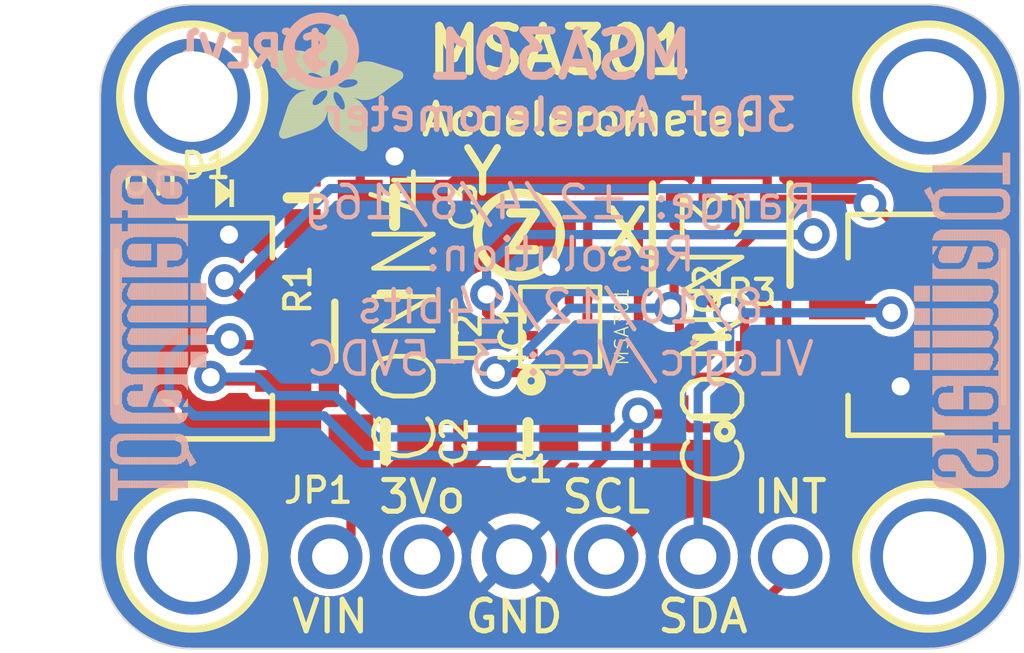
<source format=kicad_pcb>
(kicad_pcb (version 20221018) (generator pcbnew)
  (layers (0 "F.Cu" signal) (31 "B.Cu" signal) (34 "B.Paste" user) (35 "F.Paste" user) (36 "B.SilkS" user "B.Silkscreen") (37 "F.SilkS" user "F.Silkscreen") (38 "B.Mask" user) (39 "F.Mask" user) (44 "Edge.Cuts" user))
  (net 0 "")
  (net 1 "GND")
  (net 2 "SDA")
  (net 3 "SCL")
  (net 4 "SCL_3V")
  (net 5 "SDA_3V")
  (net 6 "3.3V")
  (net 7 "INT")
  (net 8 "VCC")
  (net 9 "N$2")
  (footprint "working:MOUNTINGHOLE_2.5_PLATED" (layer "F.Cu") (at 158.6611 111.3536)
    (fp_text reference "U$21" hide)
    (fp_text value "MOUNTINGHOLE2.5" hide)
    (pad "P$1" thru_hole circle (at 0 0) (size 3.2 3.2) (drill 2.5) (layers "*.Cu" "*.Mask"))
    (zone (net 0) (net_name "") (layer "F.Cu") (connect_pads (clearance 0)) (min_thickness 0.25)
      (keepout (tracks not_allowed) (vias not_allowed) (pads not_allowed) (copperpour not_allowed) (footprints allowed))
      (fill (thermal_gap 0.5) (thermal_bridge_width 0.5))
      (polygon (pts (xy 160.6771 111.3536) (xy 160.65748 111.073027) (xy 160.599004 110.797915) (xy 160.502808 110.533619) (xy 160.370765 110.285283) (xy 160.205446 110.05774) (xy 160.010067 109.85542) (xy 159.788433 109.68226) (xy 159.544856 109.541631) (xy 159.284078 109.43627) (xy 159.011175 109.368228) (xy 158.731457 109.338828) (xy 158.450371 109.348644) (xy 158.173385 109.397484) (xy 157.905893 109.484397) (xy 157.6531 109.607693) (xy 157.419926 109.76497) (xy 157.210911 109.953169) (xy 157.030122 110.168625) (xy 156.881078 110.407145) (xy 156.76668 110.664087) (xy 156.689154 110.93445) (xy 156.650011 111.212971) (xy 156.650011 111.494229) (xy 156.689154 111.77275) (xy 156.76668 112.043113) (xy 156.881078 112.300055) (xy 157.030122 112.538575) (xy 157.210911 112.754031) (xy 157.419926 112.94223) (xy 157.6531 113.099507) (xy 157.905893 113.222803) (xy 158.173385 113.309716) (xy 158.450371 113.358556) (xy 158.731457 113.368372) (xy 159.011175 113.338972) (xy 159.284078 113.27093) (xy 159.544856 113.165569) (xy 159.788433 113.02494) (xy 160.010067 112.85178) (xy 160.205446 112.64946) (xy 160.370765 112.421917) (xy 160.502808 112.173581) (xy 160.599004 111.909285) (xy 160.65748 111.634173)))
      (polygon (pts (xy 158.6451 111.3536) (xy 158.649786 111.364914) (xy 158.6611 111.3696) (xy 158.672414 111.364914) (xy 158.6771 111.3536) (xy 158.672414 111.342286) (xy 158.6611 111.3376) (xy 158.649786 111.342286)))
    )
    (zone (net 0) (net_name "") (layer "B.Cu") (connect_pads (clearance 0)) (min_thickness 0.25)
      (keepout (tracks not_allowed) (vias not_allowed) (pads not_allowed) (copperpour not_allowed) (footprints allowed))
      (fill (thermal_gap 0.5) (thermal_bridge_width 0.5))
      (polygon (pts (xy 160.6771 111.3536) (xy 160.65748 111.073027) (xy 160.599004 110.797915) (xy 160.502808 110.533619) (xy 160.370765 110.285283) (xy 160.205446 110.05774) (xy 160.010067 109.85542) (xy 159.788433 109.68226) (xy 159.544856 109.541631) (xy 159.284078 109.43627) (xy 159.011175 109.368228) (xy 158.731457 109.338828) (xy 158.450371 109.348644) (xy 158.173385 109.397484) (xy 157.905893 109.484397) (xy 157.6531 109.607693) (xy 157.419926 109.76497) (xy 157.210911 109.953169) (xy 157.030122 110.168625) (xy 156.881078 110.407145) (xy 156.76668 110.664087) (xy 156.689154 110.93445) (xy 156.650011 111.212971) (xy 156.650011 111.494229) (xy 156.689154 111.77275) (xy 156.76668 112.043113) (xy 156.881078 112.300055) (xy 157.030122 112.538575) (xy 157.210911 112.754031) (xy 157.419926 112.94223) (xy 157.6531 113.099507) (xy 157.905893 113.222803) (xy 158.173385 113.309716) (xy 158.450371 113.358556) (xy 158.731457 113.368372) (xy 159.011175 113.338972) (xy 159.284078 113.27093) (xy 159.544856 113.165569) (xy 159.788433 113.02494) (xy 160.010067 112.85178) (xy 160.205446 112.64946) (xy 160.370765 112.421917) (xy 160.502808 112.173581) (xy 160.599004 111.909285) (xy 160.65748 111.634173)))
      (polygon (pts (xy 158.6451 111.3536) (xy 158.649786 111.364914) (xy 158.6611 111.3696) (xy 158.672414 111.364914) (xy 158.6771 111.3536) (xy 158.672414 111.342286) (xy 158.6611 111.3376) (xy 158.649786 111.342286)))
    )
  )
  (footprint "working:0603-NO" (layer "F.Cu") (at 141.3891 101.4476 -90)
    (fp_text reference "R1" (at 1.778 0.127 90) (layer "F.SilkS") (effects (font (size 0.692831 0.692831) (thickness 0.119969)) (justify right)))
    (fp_text value "4.7K")
    (pad "1" smd rect (at -0.85 0 270) (size 1.075 1) (layers "F.Cu" "F.Paste" "F.Mask") (net 9 "N$2"))
    (pad "2" smd rect (at 0.85 0 270) (size 1.075 1) (layers "F.Cu" "F.Paste" "F.Mask") (net 1 "GND"))
  )
  (footprint "working:0603-NO" (layer "F.Cu") (at 147.6121 108.0516 180)
    (fp_text reference "C1" (at -0.762 -0.889) (layer "F.SilkS") (effects (font (size 0.692831 0.692831) (thickness 0.119969)) (justify right)))
    (fp_text value "0.1uF")
    (pad "1" smd rect (at -0.85 0 180) (size 1.075 1) (layers "F.Cu" "F.Paste" "F.Mask") (net 6 "3.3V"))
    (pad "2" smd rect (at 0.85 0 180) (size 1.075 1) (layers "F.Cu" "F.Paste" "F.Mask") (net 1 "GND"))
  )
  (footprint "working:MOUNTINGHOLE_2.5_PLATED" (layer "F.Cu") (at 138.3411 111.3536)
    (fp_text reference "U$19" hide)
    (fp_text value "MOUNTINGHOLE2.5" hide)
    (pad "P$1" thru_hole circle (at 0 0) (size 3.2 3.2) (drill 2.5) (layers "*.Cu" "*.Mask"))
    (zone (net 0) (net_name "") (layer "F.Cu") (connect_pads (clearance 0)) (min_thickness 0.25)
      (keepout (tracks not_allowed) (vias not_allowed) (pads not_allowed) (copperpour not_allowed) (footprints allowed))
      (fill (thermal_gap 0.5) (thermal_bridge_width 0.5))
      (polygon (pts (xy 140.3571 111.3536) (xy 140.33748 111.073027) (xy 140.279004 110.797915) (xy 140.182808 110.533619) (xy 140.050765 110.285283) (xy 139.885446 110.05774) (xy 139.690067 109.85542) (xy 139.468433 109.68226) (xy 139.224856 109.541631) (xy 138.964078 109.43627) (xy 138.691175 109.368228) (xy 138.411457 109.338828) (xy 138.130371 109.348644) (xy 137.853385 109.397484) (xy 137.585893 109.484397) (xy 137.3331 109.607693) (xy 137.099926 109.76497) (xy 136.890911 109.953169) (xy 136.710122 110.168625) (xy 136.561078 110.407145) (xy 136.44668 110.664087) (xy 136.369154 110.93445) (xy 136.330011 111.212971) (xy 136.330011 111.494229) (xy 136.369154 111.77275) (xy 136.44668 112.043113) (xy 136.561078 112.300055) (xy 136.710122 112.538575) (xy 136.890911 112.754031) (xy 137.099926 112.94223) (xy 137.3331 113.099507) (xy 137.585893 113.222803) (xy 137.853385 113.309716) (xy 138.130371 113.358556) (xy 138.411457 113.368372) (xy 138.691175 113.338972) (xy 138.964078 113.27093) (xy 139.224856 113.165569) (xy 139.468433 113.02494) (xy 139.690067 112.85178) (xy 139.885446 112.64946) (xy 140.050765 112.421917) (xy 140.182808 112.173581) (xy 140.279004 111.909285) (xy 140.33748 111.634173)))
      (polygon (pts (xy 138.3251 111.3536) (xy 138.329786 111.364914) (xy 138.3411 111.3696) (xy 138.352414 111.364914) (xy 138.3571 111.3536) (xy 138.352414 111.342286) (xy 138.3411 111.3376) (xy 138.329786 111.342286)))
    )
    (zone (net 0) (net_name "") (layer "B.Cu") (connect_pads (clearance 0)) (min_thickness 0.25)
      (keepout (tracks not_allowed) (vias not_allowed) (pads not_allowed) (copperpour not_allowed) (footprints allowed))
      (fill (thermal_gap 0.5) (thermal_bridge_width 0.5))
      (polygon (pts (xy 140.3571 111.3536) (xy 140.33748 111.073027) (xy 140.279004 110.797915) (xy 140.182808 110.533619) (xy 140.050765 110.285283) (xy 139.885446 110.05774) (xy 139.690067 109.85542) (xy 139.468433 109.68226) (xy 139.224856 109.541631) (xy 138.964078 109.43627) (xy 138.691175 109.368228) (xy 138.411457 109.338828) (xy 138.130371 109.348644) (xy 137.853385 109.397484) (xy 137.585893 109.484397) (xy 137.3331 109.607693) (xy 137.099926 109.76497) (xy 136.890911 109.953169) (xy 136.710122 110.168625) (xy 136.561078 110.407145) (xy 136.44668 110.664087) (xy 136.369154 110.93445) (xy 136.330011 111.212971) (xy 136.330011 111.494229) (xy 136.369154 111.77275) (xy 136.44668 112.043113) (xy 136.561078 112.300055) (xy 136.710122 112.538575) (xy 136.890911 112.754031) (xy 137.099926 112.94223) (xy 137.3331 113.099507) (xy 137.585893 113.222803) (xy 137.853385 113.309716) (xy 138.130371 113.358556) (xy 138.411457 113.368372) (xy 138.691175 113.338972) (xy 138.964078 113.27093) (xy 139.224856 113.165569) (xy 139.468433 113.02494) (xy 139.690067 112.85178) (xy 139.885446 112.64946) (xy 140.050765 112.421917) (xy 140.182808 112.173581) (xy 140.279004 111.909285) (xy 140.33748 111.634173)))
      (polygon (pts (xy 138.3251 111.3536) (xy 138.329786 111.364914) (xy 138.3411 111.3696) (xy 138.352414 111.364914) (xy 138.3571 111.3536) (xy 138.352414 111.342286) (xy 138.3411 111.3376) (xy 138.329786 111.342286)))
    )
  )
  (footprint "working:ADAFRUIT_3.5MM" (layer "F.Cu") (at 140.3731 100.1776)
    (fp_text reference "U$22" hide)
    (fp_text value "" hide)
  )
  (footprint "working:RESPACK_4X0603" (layer "F.Cu") (at 152.9461 102.4636 180)
    (fp_text reference "R3" (at -1.6 -1.6) (layer "F.SilkS") (effects (font (size 0.692831 0.692831) (thickness 0.119969)) (justify right)))
    (fp_text value "10K")
    (pad "1" smd rect (at -1.3 0.85 180) (size 0.45 0.9) (layers "F.Cu" "F.Paste" "F.Mask") (net 8 "VCC"))
    (pad "2" smd rect (at -0.4 0.85 180) (size 0.45 0.9) (layers "F.Cu" "F.Paste" "F.Mask") (net 6 "3.3V"))
    (pad "3" smd rect (at 0.4 0.85 180) (size 0.45 0.9) (layers "F.Cu" "F.Paste" "F.Mask") (net 8 "VCC"))
    (pad "4" smd rect (at 1.3 0.85 180) (size 0.45 0.9) (layers "F.Cu" "F.Paste" "F.Mask") (net 6 "3.3V"))
    (pad "5" smd rect (at 1.3 -0.85 180) (size 0.45 0.9) (layers "F.Cu" "F.Paste" "F.Mask") (net 5 "SDA_3V"))
    (pad "6" smd rect (at 0.4 -0.85 180) (size 0.45 0.9) (layers "F.Cu" "F.Paste" "F.Mask") (net 2 "SDA"))
    (pad "7" smd rect (at -0.4 -0.85 180) (size 0.45 0.9) (layers "F.Cu" "F.Paste" "F.Mask") (net 4 "SCL_3V"))
    (pad "8" smd rect (at -1.3 -0.85 180) (size 0.45 0.9) (layers "F.Cu" "F.Paste" "F.Mask") (net 3 "SCL"))
  )
  (footprint "working:MOUNTINGHOLE_2.5_PLATED" (layer "F.Cu") (at 138.3411 98.6536)
    (fp_text reference "U$1" hide)
    (fp_text value "MOUNTINGHOLE2.5" hide)
    (pad "P$1" thru_hole circle (at 0 0) (size 3.2 3.2) (drill 2.5) (layers "*.Cu" "*.Mask"))
    (zone (net 0) (net_name "") (layer "F.Cu") (connect_pads (clearance 0)) (min_thickness 0.25)
      (keepout (tracks not_allowed) (vias not_allowed) (pads not_allowed) (copperpour not_allowed) (footprints allowed))
      (fill (thermal_gap 0.5) (thermal_bridge_width 0.5))
      (polygon (pts (xy 140.3571 98.6536) (xy 140.33748 98.373027) (xy 140.279004 98.097915) (xy 140.182808 97.833619) (xy 140.050765 97.585283) (xy 139.885446 97.35774) (xy 139.690067 97.15542) (xy 139.468433 96.98226) (xy 139.224856 96.841631) (xy 138.964078 96.73627) (xy 138.691175 96.668228) (xy 138.411457 96.638828) (xy 138.130371 96.648644) (xy 137.853385 96.697484) (xy 137.585893 96.784397) (xy 137.3331 96.907693) (xy 137.099926 97.06497) (xy 136.890911 97.253169) (xy 136.710122 97.468625) (xy 136.561078 97.707145) (xy 136.44668 97.964087) (xy 136.369154 98.23445) (xy 136.330011 98.512971) (xy 136.330011 98.794229) (xy 136.369154 99.07275) (xy 136.44668 99.343113) (xy 136.561078 99.600055) (xy 136.710122 99.838575) (xy 136.890911 100.054031) (xy 137.099926 100.24223) (xy 137.3331 100.399507) (xy 137.585893 100.522803) (xy 137.853385 100.609716) (xy 138.130371 100.658556) (xy 138.411457 100.668372) (xy 138.691175 100.638972) (xy 138.964078 100.57093) (xy 139.224856 100.465569) (xy 139.468433 100.32494) (xy 139.690067 100.15178) (xy 139.885446 99.94946) (xy 140.050765 99.721917) (xy 140.182808 99.473581) (xy 140.279004 99.209285) (xy 140.33748 98.934173)))
      (polygon (pts (xy 138.3251 98.6536) (xy 138.329786 98.664914) (xy 138.3411 98.6696) (xy 138.352414 98.664914) (xy 138.3571 98.6536) (xy 138.352414 98.642286) (xy 138.3411 98.6376) (xy 138.329786 98.642286)))
    )
    (zone (net 0) (net_name "") (layer "B.Cu") (connect_pads (clearance 0)) (min_thickness 0.25)
      (keepout (tracks not_allowed) (vias not_allowed) (pads not_allowed) (copperpour not_allowed) (footprints allowed))
      (fill (thermal_gap 0.5) (thermal_bridge_width 0.5))
      (polygon (pts (xy 140.3571 98.6536) (xy 140.33748 98.373027) (xy 140.279004 98.097915) (xy 140.182808 97.833619) (xy 140.050765 97.585283) (xy 139.885446 97.35774) (xy 139.690067 97.15542) (xy 139.468433 96.98226) (xy 139.224856 96.841631) (xy 138.964078 96.73627) (xy 138.691175 96.668228) (xy 138.411457 96.638828) (xy 138.130371 96.648644) (xy 137.853385 96.697484) (xy 137.585893 96.784397) (xy 137.3331 96.907693) (xy 137.099926 97.06497) (xy 136.890911 97.253169) (xy 136.710122 97.468625) (xy 136.561078 97.707145) (xy 136.44668 97.964087) (xy 136.369154 98.23445) (xy 136.330011 98.512971) (xy 136.330011 98.794229) (xy 136.369154 99.07275) (xy 136.44668 99.343113) (xy 136.561078 99.600055) (xy 136.710122 99.838575) (xy 136.890911 100.054031) (xy 137.099926 100.24223) (xy 137.3331 100.399507) (xy 137.585893 100.522803) (xy 137.853385 100.609716) (xy 138.130371 100.658556) (xy 138.411457 100.668372) (xy 138.691175 100.638972) (xy 138.964078 100.57093) (xy 139.224856 100.465569) (xy 139.468433 100.32494) (xy 139.690067 100.15178) (xy 139.885446 99.94946) (xy 140.050765 99.721917) (xy 140.182808 99.473581) (xy 140.279004 99.209285) (xy 140.33748 98.934173)))
      (polygon (pts (xy 138.3251 98.6536) (xy 138.329786 98.664914) (xy 138.3411 98.6696) (xy 138.352414 98.664914) (xy 138.3571 98.6536) (xy 138.352414 98.642286) (xy 138.3411 98.6376) (xy 138.329786 98.642286)))
    )
  )
  (footprint "working:JST_SH4" (layer "F.Cu") (at 138.3411 105.0036 -90)
    (fp_text reference "CONN4" (at -4.6 -5.9 90) (layer "F.SilkS") (effects (font (size 1.647139 1.647139) (thickness 0.130861)) (justify right)))
    (fp_text value "STEMMA_I2C_QT" hide)
    (pad "1" smd rect (at -1.5 -2.514) (size 1.55 0.6) (layers "F.Cu" "F.Paste" "F.Mask") (net 1 "GND"))
    (pad "2" smd rect (at -0.5 -2.514) (size 1.55 0.6) (layers "F.Cu" "F.Paste" "F.Mask") (net 8 "VCC"))
    (pad "3" smd rect (at 0.5 -2.514) (size 1.55 0.6) (layers "F.Cu" "F.Paste" "F.Mask") (net 2 "SDA"))
    (pad "4" smd rect (at 1.5 -2.514) (size 1.55 0.6) (layers "F.Cu" "F.Paste" "F.Mask") (net 3 "SCL"))
    (pad "MT1" smd rect (at -2.8 1.386) (size 1.8 1.2) (layers "F.Cu" "F.Paste" "F.Mask"))
    (pad "MT2" smd rect (at 2.8 1.386) (size 1.8 1.2) (layers "F.Cu" "F.Paste" "F.Mask"))
  )
  (footprint "working:FIDUCIAL_1MM" (layer "F.Cu") (at 155.2321 97.4725)
    (fp_text reference "FID4" hide)
    (fp_text value "FIDUCIAL_1MM" hide)
    (pad "1" smd roundrect (at 0 0) (size 1 1) (layers "F.Cu" "F.Mask") (roundrect_rratio 0.5))
  )
  (footprint "working:SOT23-5" (layer "F.Cu") (at 143.9291 105.1306)
    (fp_text reference "U2" (at 2.032 -0.562 90) (layer "F.SilkS") (effects (font (size 0.692831 0.692831) (thickness 0.119969)) (justify right)))
    (fp_text value "AP2112K-3.3")
    (pad "1" smd rect (at -0.95 1.3001) (size 0.55 1.2) (layers "F.Cu" "F.Paste" "F.Mask") (net 8 "VCC"))
    (pad "2" smd rect (at 0 1.3001) (size 0.55 1.2) (layers "F.Cu" "F.Paste" "F.Mask") (net 1 "GND"))
    (pad "3" smd rect (at 0.95 1.3001) (size 0.55 1.2) (layers "F.Cu" "F.Paste" "F.Mask") (net 8 "VCC"))
    (pad "4" smd rect (at 0.95 -1.3001) (size 0.55 1.2) (layers "F.Cu" "F.Paste" "F.Mask"))
    (pad "5" smd rect (at -0.95 -1.3001) (size 0.55 1.2) (layers "F.Cu" "F.Paste" "F.Mask") (net 6 "3.3V"))
  )
  (footprint "working:SOT363" (layer "F.Cu") (at 152.6921 106.4006 90)
    (fp_text reference "Q2" (at 1.651 -0.127 90) (layer "F.SilkS") (effects (font (size 0.692831 0.692831) (thickness 0.119969)) (justify left)))
    (fp_text value "BSS138")
    (pad "1" smd rect (at -0.75 0.9 90) (size 0.5 0.5) (layers "F.Cu" "F.Paste" "F.Mask") (net 4 "SCL_3V"))
    (pad "2" smd rect (at 0 0.9 90) (size 0.4 0.5) (layers "F.Cu" "F.Paste" "F.Mask") (net 6 "3.3V"))
    (pad "3" smd rect (at 0.75 0.9 90) (size 0.5 0.5) (layers "F.Cu" "F.Paste" "F.Mask") (net 2 "SDA"))
    (pad "4" smd rect (at 0.75 -0.9 90) (size 0.5 0.5) (layers "F.Cu" "F.Paste" "F.Mask") (net 5 "SDA_3V"))
    (pad "5" smd rect (at 0 -0.9 90) (size 0.4 0.5) (layers "F.Cu" "F.Paste" "F.Mask") (net 6 "3.3V"))
    (pad "6" smd rect (at -0.75 -0.9 90) (size 0.5 0.5) (layers "F.Cu" "F.Paste" "F.Mask") (net 3 "SCL"))
  )
  (footprint "working:1X06_ROUND_70" (layer "F.Cu") (at 148.5011 111.3536)
    (fp_text reference "JP1" (at -7.6962 -1.8288) (layer "F.SilkS") (effects (font (size 0.692831 0.692831) (thickness 0.119969)) (justify left)))
    (fp_text value "")
    (pad "1" thru_hole circle (at -6.35 0 90) (size 1.778 1.778) (drill 1) (layers "*.Cu" "*.Mask") (net 8 "VCC"))
    (pad "2" thru_hole circle (at -3.81 0 90) (size 1.778 1.778) (drill 1) (layers "*.Cu" "*.Mask") (net 6 "3.3V"))
    (pad "3" thru_hole circle (at -1.27 0 90) (size 1.778 1.778) (drill 1) (layers "*.Cu" "*.Mask") (net 1 "GND"))
    (pad "4" thru_hole circle (at 1.27 0 90) (size 1.778 1.778) (drill 1) (layers "*.Cu" "*.Mask") (net 3 "SCL"))
    (pad "5" thru_hole circle (at 3.81 0 90) (size 1.778 1.778) (drill 1) (layers "*.Cu" "*.Mask") (net 2 "SDA"))
    (pad "6" thru_hole circle (at 6.35 0 90) (size 1.778 1.778) (drill 1) (layers "*.Cu" "*.Mask") (net 7 "INT"))
  )
  (footprint "working:0805-NO" (layer "F.Cu") (at 143.9291 101.7016)
    (fp_text reference "C3" (at 1.905 -0.762 90) (layer "F.SilkS") (effects (font (size 0.692831 0.692831) (thickness 0.119969)) (justify right)))
    (fp_text value "10uF")
    (pad "1" smd rect (at -0.95 0) (size 1.24 1.5) (layers "F.Cu" "F.Paste" "F.Mask") (net 6 "3.3V"))
    (pad "2" smd rect (at 0.95 0) (size 1.24 1.5) (layers "F.Cu" "F.Paste" "F.Mask") (net 1 "GND"))
  )
  (footprint "working:LGA12_2X2MM" (layer "F.Cu") (at 148.5011 105.0036 90)
    (fp_text reference "IC1" (at -1.1 -1.3 90) (layer "F.SilkS") (effects (font (size 0.692831 0.692831) (thickness 0.119969)) (justify left)))
    (fp_text value "MSA301" (at -1.1 1.7 90) (layer "F.SilkS") (effects (font (size 0.369824 0.369824) (thickness 0.036576)) (justify left)))
    (pad "1" smd rect (at -0.75 -0.75 90) (size 0.275 0.25) (layers "F.Cu" "F.Paste" "F.Mask"))
    (pad "2" smd rect (at -0.75 -0.25 90) (size 0.275 0.25) (layers "F.Cu" "F.Paste" "F.Mask") (net 5 "SDA_3V"))
    (pad "3" smd rect (at -0.75 0.25 90) (size 0.275 0.25) (layers "F.Cu" "F.Paste" "F.Mask") (net 6 "3.3V"))
    (pad "4" smd rect (at -0.75 0.75 90) (size 0.275 0.25) (layers "F.Cu" "F.Paste" "F.Mask"))
    (pad "5" smd rect (at -0.25 0.75 180) (size 0.275 0.25) (layers "F.Cu" "F.Paste" "F.Mask") (net 7 "INT"))
    (pad "6" smd rect (at 0.25 0.75 180) (size 0.275 0.25) (layers "F.Cu" "F.Paste" "F.Mask"))
    (pad "7" smd rect (at 0.75 0.75 270) (size 0.275 0.25) (layers "F.Cu" "F.Paste" "F.Mask") (net 6 "3.3V"))
    (pad "8" smd rect (at 0.75 0.25 270) (size 0.275 0.25) (layers "F.Cu" "F.Paste" "F.Mask"))
    (pad "9" smd rect (at 0.75 -0.25 270) (size 0.275 0.25) (layers "F.Cu" "F.Paste" "F.Mask") (net 1 "GND"))
    (pad "10" smd rect (at 0.75 -0.75 270) (size 0.275 0.25) (layers "F.Cu" "F.Paste" "F.Mask"))
    (pad "11" smd rect (at 0.25 -0.75) (size 0.275 0.25) (layers "F.Cu" "F.Paste" "F.Mask"))
    (pad "12" smd rect (at -0.25 -0.75) (size 0.275 0.25) (layers "F.Cu" "F.Paste" "F.Mask") (net 4 "SCL_3V"))
  )
  (footprint "working:FIDUCIAL_1MM" (layer "F.Cu") (at 140.7541 109.3851)
    (fp_text reference "FID3" hide)
    (fp_text value "FIDUCIAL_1MM" hide)
    (pad "1" smd roundrect (at 0 0) (size 1 1) (layers "F.Cu" "F.Mask") (roundrect_rratio 0.5))
  )
  (footprint "working:CHIPLED_0603_NOOUTLINE" (layer "F.Cu") (at 139.2301 101.3206 -90)
    (fp_text reference "D1" (at -0.762 1.27) (layer "F.SilkS") (effects (font (size 0.692831 0.692831) (thickness 0.119969)) (justify left)))
    (fp_text value "GREEN")
    (pad "A" smd rect (at 0 0.75 270) (size 0.8 0.8) (layers "F.Cu" "F.Paste" "F.Mask") (net 6 "3.3V"))
    (pad "C" smd rect (at 0 -0.75 270) (size 0.8 0.8) (layers "F.Cu" "F.Paste" "F.Mask") (net 9 "N$2"))
  )
  (footprint "working:0805-NO" (layer "F.Cu") (at 143.6751 108.1786)
    (fp_text reference "C2" (at 1.905 -0.762 90) (layer "F.SilkS") (effects (font (size 0.692831 0.692831) (thickness 0.119969)) (justify right)))
    (fp_text value "10uF")
    (pad "1" smd rect (at -0.95 0) (size 1.24 1.5) (layers "F.Cu" "F.Paste" "F.Mask") (net 8 "VCC"))
    (pad "2" smd rect (at 0.95 0) (size 1.24 1.5) (layers "F.Cu" "F.Paste" "F.Mask") (net 1 "GND"))
  )
  (footprint "working:MOUNTINGHOLE_2.5_PLATED" (layer "F.Cu") (at 158.6611 98.6536)
    (fp_text reference "U$17" hide)
    (fp_text value "MOUNTINGHOLE2.5" hide)
    (pad "P$1" thru_hole circle (at 0 0) (size 3.2 3.2) (drill 2.5) (layers "*.Cu" "*.Mask"))
    (zone (net 0) (net_name "") (layer "F.Cu") (connect_pads (clearance 0)) (min_thickness 0.25)
      (keepout (tracks not_allowed) (vias not_allowed) (pads not_allowed) (copperpour not_allowed) (footprints allowed))
      (fill (thermal_gap 0.5) (thermal_bridge_width 0.5))
      (polygon (pts (xy 160.6771 98.6536) (xy 160.65748 98.373027) (xy 160.599004 98.097915) (xy 160.502808 97.833619) (xy 160.370765 97.585283) (xy 160.205446 97.35774) (xy 160.010067 97.15542) (xy 159.788433 96.98226) (xy 159.544856 96.841631) (xy 159.284078 96.73627) (xy 159.011175 96.668228) (xy 158.731457 96.638828) (xy 158.450371 96.648644) (xy 158.173385 96.697484) (xy 157.905893 96.784397) (xy 157.6531 96.907693) (xy 157.419926 97.06497) (xy 157.210911 97.253169) (xy 157.030122 97.468625) (xy 156.881078 97.707145) (xy 156.76668 97.964087) (xy 156.689154 98.23445) (xy 156.650011 98.512971) (xy 156.650011 98.794229) (xy 156.689154 99.07275) (xy 156.76668 99.343113) (xy 156.881078 99.600055) (xy 157.030122 99.838575) (xy 157.210911 100.054031) (xy 157.419926 100.24223) (xy 157.6531 100.399507) (xy 157.905893 100.522803) (xy 158.173385 100.609716) (xy 158.450371 100.658556) (xy 158.731457 100.668372) (xy 159.011175 100.638972) (xy 159.284078 100.57093) (xy 159.544856 100.465569) (xy 159.788433 100.32494) (xy 160.010067 100.15178) (xy 160.205446 99.94946) (xy 160.370765 99.721917) (xy 160.502808 99.473581) (xy 160.599004 99.209285) (xy 160.65748 98.934173)))
      (polygon (pts (xy 158.6451 98.6536) (xy 158.649786 98.664914) (xy 158.6611 98.6696) (xy 158.672414 98.664914) (xy 158.6771 98.6536) (xy 158.672414 98.642286) (xy 158.6611 98.6376) (xy 158.649786 98.642286)))
    )
    (zone (net 0) (net_name "") (layer "B.Cu") (connect_pads (clearance 0)) (min_thickness 0.25)
      (keepout (tracks not_allowed) (vias not_allowed) (pads not_allowed) (copperpour not_allowed) (footprints allowed))
      (fill (thermal_gap 0.5) (thermal_bridge_width 0.5))
      (polygon (pts (xy 160.6771 98.6536) (xy 160.65748 98.373027) (xy 160.599004 98.097915) (xy 160.502808 97.833619) (xy 160.370765 97.585283) (xy 160.205446 97.35774) (xy 160.010067 97.15542) (xy 159.788433 96.98226) (xy 159.544856 96.841631) (xy 159.284078 96.73627) (xy 159.011175 96.668228) (xy 158.731457 96.638828) (xy 158.450371 96.648644) (xy 158.173385 96.697484) (xy 157.905893 96.784397) (xy 157.6531 96.907693) (xy 157.419926 97.06497) (xy 157.210911 97.253169) (xy 157.030122 97.468625) (xy 156.881078 97.707145) (xy 156.76668 97.964087) (xy 156.689154 98.23445) (xy 156.650011 98.512971) (xy 156.650011 98.794229) (xy 156.689154 99.07275) (xy 156.76668 99.343113) (xy 156.881078 99.600055) (xy 157.030122 99.838575) (xy 157.210911 100.054031) (xy 157.419926 100.24223) (xy 157.6531 100.399507) (xy 157.905893 100.522803) (xy 158.173385 100.609716) (xy 158.450371 100.658556) (xy 158.731457 100.668372) (xy 159.011175 100.638972) (xy 159.284078 100.57093) (xy 159.544856 100.465569) (xy 159.788433 100.32494) (xy 160.010067 100.15178) (xy 160.205446 99.94946) (xy 160.370765 99.721917) (xy 160.502808 99.473581) (xy 160.599004 99.209285) (xy 160.65748 98.934173)))
      (polygon (pts (xy 158.6451 98.6536) (xy 158.649786 98.664914) (xy 158.6611 98.6696) (xy 158.672414 98.664914) (xy 158.6771 98.6536) (xy 158.672414 98.642286) (xy 158.6611 98.6376) (xy 158.649786 98.642286)))
    )
  )
  (footprint "working:JST_SH4" (layer "F.Cu") (at 158.6611 105.0036 90)
    (fp_text reference "CONN3" (at -4.6 -5.9 90) (layer "F.SilkS") (effects (font (size 1.647139 1.647139) (thickness 0.130861)) (justify left)))
    (fp_text value "STEMMA_I2C_QT" hide)
    (pad "1" smd rect (at -1.5 -2.514 180) (size 1.55 0.6) (layers "F.Cu" "F.Paste" "F.Mask") (net 1 "GND"))
    (pad "2" smd rect (at -0.5 -2.514 180) (size 1.55 0.6) (layers "F.Cu" "F.Paste" "F.Mask") (net 8 "VCC"))
    (pad "3" smd rect (at 0.5 -2.514 180) (size 1.55 0.6) (layers "F.Cu" "F.Paste" "F.Mask") (net 2 "SDA"))
    (pad "4" smd rect (at 1.5 -2.514 180) (size 1.55 0.6) (layers "F.Cu" "F.Paste" "F.Mask") (net 3 "SCL"))
    (pad "MT1" smd rect (at -2.8 1.386 180) (size 1.8 1.2) (layers "F.Cu" "F.Paste" "F.Mask"))
    (pad "MT2" smd rect (at 2.8 1.386 180) (size 1.8 1.2) (layers "F.Cu" "F.Paste" "F.Mask"))
  )
  (footprint "working:STEMMAQT" (layer "B.Cu") (at 138.7221 100.5586 -90)
    (fp_text reference "U$31" hide)
    (fp_text value "" hide)
  )
  (footprint "working:STEMMAQT" (layer "B.Cu") (at 158.2801 109.4486 90)
    (fp_text reference "U$30" hide)
    (fp_text value "" hide)
  )
  (footprint "working:PCBFEAT-REV-040" (layer "B.Cu") (at 141.8971 97.3836 180)
    (fp_text reference "U$25" hide)
    (fp_text value "" hide)
    (fp_text user "${REV}" (at -0.3556 -0.508) (layer "B.SilkS") (effects (font (size 0.8128 0.8128) (thickness 0.2032)) (justify left bottom mirror)))
  )
  (gr_arc (start 147.3621 103.6076) (mid 146.553877 103.272823) (end 146.2191 102.4646) (stroke (width 0.254)) (layer "F.SilkS"))
  (gr_arc (start 147.3621 101.3216) (mid 148.176188 101.650514) (end 148.5051 102.464602) (stroke (width 0.254)) (layer "F.SilkS"))
  (gr_arc (start 146.2191 102.4646) (mid 146.553877 101.656377) (end 147.3621 101.3216) (stroke (width 0.254)) (layer "F.SilkS"))
  (gr_arc (start 148.5051 102.4646) (mid 148.170323 103.272823) (end 147.3621 103.6076) (stroke (width 0.254)) (layer "F.SilkS"))
  (gr_line (start 161.2011 111.3536) (end 161.2011 98.6536) (stroke (width 0.05)) (layer "Edge.Cuts"))
  (gr_arc (start 135.8011 98.6536) (mid 136.545049 96.857549) (end 138.3411 96.1136) (stroke (width 0.05)) (layer "Edge.Cuts"))
  (gr_line (start 158.6611 96.1136) (end 138.3411 96.1136) (stroke (width 0.05)) (layer "Edge.Cuts"))
  (gr_arc (start 158.6611 96.1136) (mid 160.457151 96.857549) (end 161.2011 98.6536) (stroke (width 0.05)) (layer "Edge.Cuts"))
  (gr_arc (start 161.2011 111.3536) (mid 160.457151 113.149651) (end 158.6611 113.8936) (stroke (width 0.05)) (layer "Edge.Cuts"))
  (gr_line (start 138.3411 113.8936) (end 158.6611 113.8936) (stroke (width 0.05)) (layer "Edge.Cuts"))
  (gr_line (start 135.8011 98.6536) (end 135.8011 111.3536) (stroke (width 0.05)) (layer "Edge.Cuts"))
  (gr_arc (start 138.3411 113.8936) (mid 136.545049 113.149651) (end 135.8011 111.3536) (stroke (width 0.05)) (layer "Edge.Cuts"))
  (gr_text "Range: ±2/4/8/16g\nResolution:\n8/10/12/14bits\nVLogic/Vcc: 3-5VDC" (at 148.5011 103.7336) (layer "B.SilkS") (effects (font (size 0.89408 0.89408) (thickness 0.12192)) (justify mirror)))
  (gr_text "MSA301" (at 148.5011 97.5106) (layer "B.SilkS") (effects (font (size 1.25222 1.25222) (thickness 0.22098)) (justify mirror)))
  (gr_text "3DoF Accelerometer" (at 148.5011 99.1616) (layer "B.SilkS") (effects (font (size 0.8636 0.8636) (thickness 0.1524)) (justify mirror)))
  (gr_text "SDA" (at 152.4381 113.0046) (layer "F.SilkS") (effects (font (size 0.87376 0.87376) (thickness 0.14224))))
  (gr_text "VIN" (at 142.1511 113.0046) (layer "F.SilkS") (effects (font (size 0.87376 0.87376) (thickness 0.14224))))
  (gr_text "MSA301" (at 148.5011 97.3836) (layer "F.SilkS") (effects (font (size 1.25222 1.25222) (thickness 0.22098))))
  (gr_text "3Vo" (at 144.6911 109.7026) (layer "F.SilkS") (effects (font (size 0.87376 0.87376) (thickness 0.14224))))
  (gr_text "X" (at 151.0451 101.7026) (layer "F.SilkS") (effects (font (size 1.223264 1.223264) (thickness 0.199136)) (justify right top)))
  (gr_text "Y" (at 145.7031 101.4466) (layer "F.SilkS") (effects (font (size 1.223264 1.223264) (thickness 0.199136)) (justify left bottom)))
  (gr_text "on" (at 136.3091 101.4476) (layer "F.SilkS") (effects (font (size 0.89408 0.89408) (thickness 0.12192)) (justify left bottom)))
  (gr_text "Z" (at 148.1241 101.8296) (layer "F.SilkS") (effects (font (size 1.016 1.016) (thickness 0.254)) (justify right top)))
  (gr_text "INT" (at 154.8511 109.7026) (layer "F.SilkS") (effects (font (size 0.87376 0.87376) (thickness 0.14224))))
  (gr_text "GND" (at 147.2311 113.0046) (layer "F.SilkS") (effects (font (size 0.87376 0.87376) (thickness 0.14224))))
  (gr_text "SCL" (at 149.7711 109.7026) (layer "F.SilkS") (effects (font (size 0.87376 0.87376) (thickness 0.14224))))
  (gr_text "Accelerometer" (at 149.2631 99.2886) (layer "F.SilkS") (effects (font (size 0.8636 0.8636) (thickness 0.1524))))
  (segment (start 141.3891 102.9696) (end 140.8551 103.5036) (width 0.254) (layer "F.Cu") (net 1))
  (segment (start 141.3891 102.2976) (end 141.3891 102.9696) (width 0.254) (layer "F.Cu") (net 1))
  (segment (start 144.6251 108.1786) (end 143.9291 107.4826) (width 0.254) (layer "F.Cu") (net 1))
  (segment (start 143.9291 106.4307) (end 143.9291 107.4826) (width 0.254) (layer "F.Cu") (net 1))
  (via (at 148.2471 103.3526) (size 0.9064) (drill 0.5) (layers "F.Cu" "B.Cu") (net 1))
  (via (at 143.9291 100.3046) (size 0.9064) (drill 0.5) (layers "F.Cu" "B.Cu") (net 1))
  (via (at 157.8991 106.6546) (size 0.9064) (drill 0.5) (layers "F.Cu" "B.Cu") (net 1))
  (via (at 139.3571 102.4636) (size 0.9064) (drill 0.5) (layers "F.Cu" "B.Cu") (net 1))
  (segment (start 152.9661 104.6226) (end 153.1811 104.6226) (width 0.254) (layer "F.Cu") (net 2))
  (segment (start 152.5461 103.3136) (end 152.5461 104.2026) (width 0.254) (layer "F.Cu") (net 2))
  (segment (start 156.1471 104.5036) (end 157.5261 104.5036) (width 0.254) (layer "F.Cu") (net 2))
  (segment (start 157.5261 104.5036) (end 157.6451 104.6226) (width 0.254) (layer "F.Cu") (net 2))
  (segment (start 140.8551 105.5036) (end 139.521312 105.5036) (width 0.254) (layer "F.Cu") (net 2))
  (segment (start 153.1811 104.6226) (end 153.1811 104.7616) (width 0.254) (layer "F.Cu") (net 2))
  (segment (start 153.5921 104.7616) (end 153.5921 105.6506) (width 0.254) (layer "F.Cu") (net 2))
  (segment (start 139.521312 105.5036) (end 139.379706 105.361994) (width 0.254) (layer "F.Cu") (net 2))
  (segment (start 152.9661 104.6226) (end 152.5461 104.2026) (width 0.254) (layer "F.Cu") (net 2))
  (segment (start 153.5921 104.7616) (end 153.1811 104.7616) (width 0.254) (layer "F.Cu") (net 2))
  (via (at 157.6451 104.6226) (size 0.9064) (drill 0.5) (layers "F.Cu" "B.Cu") (net 2))
  (via (at 153.1811 104.6226) (size 0.9064) (drill 0.5) (layers "F.Cu" "B.Cu") (net 2))
  (via (at 139.379706 105.361994) (size 0.9064) (drill 0.5) (layers "F.Cu" "B.Cu") (net 2))
  (segment (start 152.3111 108.5596) (end 152.3111 111.3536) (width 0.254) (layer "B.Cu") (net 2))
  (segment (start 143.0752 108.5596) (end 152.3111 108.5596) (width 0.254) (layer "B.Cu") (net 2))
  (segment (start 157.6451 104.6226) (end 153.1811 104.6226) (width 0.254) (layer "B.Cu") (net 2))
  (segment (start 153.1811 104.6226) (end 153.1811 105.8926) (width 0.254) (layer "B.Cu") (net 2))
  (segment (start 137.7061 106.7816) (end 138.3919 107.4674) (width 0.254) (layer "B.Cu") (net 2))
  (segment (start 152.3111 106.7626) (end 152.3111 108.5596) (width 0.254) (layer "B.Cu") (net 2))
  (segment (start 141.983 107.4674) (end 143.0752 108.5596) (width 0.254) (layer "B.Cu") (net 2))
  (segment (start 138.3919 107.4674) (end 141.983 107.4674) (width 0.254) (layer "B.Cu") (net 2))
  (segment (start 137.7061 105.8926) (end 137.7061 106.7816) (width 0.254) (layer "B.Cu") (net 2))
  (segment (start 138.236706 105.361994) (end 137.7061 105.8926) (width 0.254) (layer "B.Cu") (net 2))
  (segment (start 153.1811 105.8926) (end 152.3111 106.7626) (width 0.254) (layer "B.Cu") (net 2))
  (segment (start 139.379706 105.361994) (end 138.236706 105.361994) (width 0.254) (layer "B.Cu") (net 2))
  (segment (start 151.7916 107.5321) (end 151.7916 107.1511) (width 0.254) (layer "F.Cu") (net 3))
  (segment (start 154.4361 103.5036) (end 154.2461 103.3136) (width 0.254) (layer "F.Cu") (net 3))
  (segment (start 150.6601 107.4166) (end 150.6601 110.4646) (width 0.254) (layer "F.Cu") (net 3))
  (segment (start 151.5261 107.4166) (end 150.6601 107.4166) (width 0.254) (layer "F.Cu") (net 3))
  (segment (start 154.7541 103.8216) (end 154.7541 107.1326) (width 0.254) (layer "F.Cu") (net 3))
  (segment (start 140.8551 106.5036) (end 138.9521 106.5036) (width 0.254) (layer "F.Cu") (net 3))
  (segment (start 154.2461 103.3136) (end 154.7541 103.8216) (width 0.254) (layer "F.Cu") (net 3))
  (segment (start 154.0891 107.7976) (end 152.0571 107.7976) (width 0.254) (layer "F.Cu") (net 3))
  (segment (start 154.7541 107.1326) (end 154.0891 107.7976) (width 0.254) (layer "F.Cu") (net 3))
  (segment (start 156.1471 103.5036) (end 154.4361 103.5036) (width 0.254) (layer "F.Cu") (net 3))
  (segment (start 151.7921 107.1506) (end 151.5261 107.4166) (width 0.254) (layer "F.Cu") (net 3))
  (segment (start 138.9521 106.5036) (end 138.8491 106.4006) (width 0.254) (layer "F.Cu") (net 3))
  (segment (start 152.0571 107.7976) (end 151.7916 107.5321) (width 0.254) (layer "F.Cu") (net 3))
  (segment (start 150.6601 110.4646) (end 149.7711 111.3536) (width 0.254) (layer "F.Cu") (net 3))
  (segment (start 151.7921 107.1506) (end 151.7916 107.1511) (width 0.254) (layer "F.Cu") (net 3))
  (via (at 150.6601 107.4166) (size 0.9064) (drill 0.5) (layers "F.Cu" "B.Cu") (net 3))
  (via (at 138.8491 106.4006) (size 0.9064) (drill 0.5) (layers "F.Cu" "B.Cu") (net 3))
  (segment (start 142.2781 106.9086) (end 140.650262 106.9086) (width 0.254) (layer "B.Cu") (net 3))
  (segment (start 150.0251 108.0516) (end 150.6601 107.4166) (width 0.254) (layer "B.Cu") (net 3))
  (segment (start 143.4211 108.0516) (end 142.2781 106.9086) (width 0.254) (layer "B.Cu") (net 3))
  (segment (start 140.142262 106.4006) (end 140.650262 106.9086) (width 0.254) (layer "B.Cu") (net 3))
  (segment (start 150.0251 108.0516) (end 143.4211 108.0516) (width 0.254) (layer "B.Cu") (net 3))
  (segment (start 138.8491 106.4006) (end 140.142262 106.4006) (width 0.254) (layer "B.Cu") (net 3))
  (segment (start 154.2969 104.5764) (end 154.2969 106.7816) (width 0.254) (layer "F.Cu") (net 4))
  (segment (start 147.1001 105.2536) (end 146.4691 104.6226) (width 0.254) (layer "F.Cu") (net 4))
  (segment (start 153.3461 103.6256) (end 154.2969 104.5764) (width 0.254) (layer "F.Cu") (net 4))
  (segment (start 153.3461 103.3136) (end 153.3461 103.6256) (width 0.254) (layer "F.Cu") (net 4))
  (segment (start 153.5921 107.1506) (end 153.9279 107.1506) (width 0.254) (layer "F.Cu") (net 4))
  (segment (start 146.4691 104.6226) (end 146.4691 104.1146) (width 0.254) (layer "F.Cu") (net 4))
  (segment (start 153.3461 103.3136) (end 153.3461 102.9526) (width 0.254) (layer "F.Cu") (net 4))
  (segment (start 147.7511 105.2536) (end 147.1001 105.2536) (width 0.254) (layer "F.Cu") (net 4))
  (segment (start 154.2969 106.7816) (end 153.9279 107.1506) (width 0.254) (layer "F.Cu") (net 4))
  (segment (start 153.3461 102.9526) (end 153.8351 102.4636) (width 0.254) (layer "F.Cu") (net 4))
  (segment (start 153.8351 102.4636) (end 155.4861 102.4636) (width 0.254) (layer "F.Cu") (net 4))
  (via (at 155.4861 102.4636) (size 0.9064) (drill 0.5) (layers "F.Cu" "B.Cu") (net 4))
  (via (at 146.4691 104.1146) (size 0.9064) (drill 0.5) (layers "F.Cu" "B.Cu") (net 4))
  (segment (start 146.4691 103.3526) (end 146.4691 104.1146) (width 0.254) (layer "B.Cu") (net 4))
  (segment (start 155.4861 102.4636) (end 147.3581 102.4636) (width 0.254) (layer "B.Cu") (net 4))
  (segment (start 147.3581 102.4636) (end 146.4691 103.3526) (width 0.254) (layer "B.Cu") (net 4))
  (segment (start 148.2511 105.7536) (end 148.2511 106.0156) (width 0.254) (layer "F.Cu") (net 5))
  (segment (start 151.5491 104.4956) (end 151.6461 104.4956) (width 0.254) (layer "F.Cu") (net 5))
  (segment (start 151.7921 104.6346) (end 151.6461 104.4886) (width 0.254) (layer "F.Cu") (net 5))
  (segment (start 151.6461 104.4956) (end 151.6461 104.4886) (width 0.254) (layer "F.Cu") (net 5))
  (segment (start 151.7921 105.6506) (end 151.7921 104.6346) (width 0.254) (layer "F.Cu") (net 5))
  (segment (start 151.6461 104.4886) (end 151.6461 103.3136) (width 0.254) (layer "F.Cu") (net 5))
  (segment (start 148.2511 106.0156) (end 147.9931 106.2736) (width 0.254) (layer "F.Cu") (net 5))
  (segment (start 147.9931 106.2736) (end 146.7231 106.2736) (width 0.254) (layer "F.Cu") (net 5))
  (via (at 146.7231 106.2736) (size 0.9064) (drill 0.5) (layers "F.Cu" "B.Cu") (net 5))
  (via (at 151.5491 104.4956) (size 0.9064) (drill 0.5) (layers "F.Cu" "B.Cu") (net 5))
  (segment (start 148.7551 104.4956) (end 146.9771 106.2736) (width 0.254) (layer "B.Cu") (net 5))
  (segment (start 146.7231 106.2736) (end 146.9771 106.2736) (width 0.254) (layer "B.Cu") (net 5))
  (segment (start 148.7551 104.4956) (end 151.5491 104.4956) (width 0.254) (layer "B.Cu") (net 5))
  (segment (start 153.3461 101.6136) (end 153.3461 102.1906) (width 0.254) (layer "F.Cu") (net 6))
  (segment (start 153.3461 102.1906) (end 153.0731 102.4636) (width 0.254) (layer "F.Cu") (net 6))
  (segment (start 147.8661 109.1946) (end 148.4621 108.5986) (width 0.254) (layer "F.Cu") (net 6))
  (segment (start 146.8501 109.1946) (end 147.8661 109.1946) (width 0.254) (layer "F.Cu") (net 6))
  (segment (start 149.2511 104.2536) (end 149.2631 104.2416) (width 0.254) (layer "F.Cu") (net 6))
  (segment (start 140.355762 99.6696) (end 142.4051 99.6696) (width 0.254) (layer "F.Cu") (net 6))
  (segment (start 142.9791 100.2436) (end 142.9791 101.7016) (width 0.254) (layer "F.Cu") (net 6))
  (segment (start 151.9301 102.4636) (end 151.6461 102.1796) (width 0.254) (layer "F.Cu") (net 6))
  (segment (start 148.4621 108.5986) (end 148.4621 108.0516) (width 0.254) (layer "F.Cu") (net 6))
  (segment (start 138.4961 101.3046) (end 138.720762 101.3046) (width 0.254) (layer "F.Cu") (net 6))
  (segment (start 148.7511 107.7626) (end 148.4621 108.0516) (width 0.254) (layer "F.Cu") (net 6))
  (segment (start 144.6911 111.3536) (end 146.8501 109.1946) (width 0.254) (layer "F.Cu") (net 6))
  (segment (start 145.4843 103.0674) (end 145.4843 106.8128) (width 0.254) (layer "F.Cu") (net 6))
  (segment (start 151.6461 101.7016) (end 151.6461 101.6136) (width 0.254) (layer "F.Cu") (net 6))
  (segment (start 151.7921 106.4006) (end 153.5921 106.4006) (width 0.254) (layer "F.Cu") (net 6))
  (segment (start 148.7511 107.1626) (end 148.7511 107.7626) (width 0.254) (layer "F.Cu") (net 6))
  (segment (start 145.4843 106.8128) (end 145.8341 107.1626) (width 0.254) (layer "F.Cu") (net 6))
  (segment (start 142.9791 102.8446) (end 142.9791 103.8305) (width 0.254) (layer "F.Cu") (net 6))
  (segment (start 151.4111 106.4006) (end 150.6601 105.6496) (width 0.254) (layer "F.Cu") (net 6))
  (segment (start 145.7071 102.8446) (end 145.4843 103.0674) (width 0.254) (layer "F.Cu") (net 6))
  (segment (start 142.4051 99.6696) (end 142.9791 100.2436) (width 0.254) (layer "F.Cu") (net 6))
  (segment (start 145.8341 107.1626) (end 148.7511 107.1626) (width 0.254) (layer "F.Cu") (net 6))
  (segment (start 142.9791 101.7016) (end 142.9791 102.8446) (width 0.254) (layer "F.Cu") (net 6))
  (segment (start 146.8501 101.7016) (end 149.2631 101.7016) (width 0.254) (layer "F.Cu") (net 6))
  (segment (start 150.6601 101.7016) (end 150.6601 105.6496) (width 0.254) (layer "F.Cu") (net 6))
  (segment (start 145.7071 102.8446) (end 146.8501 101.7016) (width 0.254) (layer "F.Cu") (net 6))
  (segment (start 148.7511 105.7536) (end 148.7511 107.1626) (width 0.254) (layer "F.Cu") (net 6))
  (segment (start 151.6461 102.1796) (end 151.6461 101.7016) (width 0.254) (layer "F.Cu") (net 6))
  (segment (start 138.4801 101.3206) (end 138.4961 101.3046) (width 0.254) (layer "F.Cu") (net 6))
  (segment (start 149.2631 104.2416) (end 149.2631 101.7016) (width 0.254) (layer "F.Cu") (net 6))
  (segment (start 150.6601 101.7016) (end 151.6461 101.7016) (width 0.254) (layer "F.Cu") (net 6))
  (segment (start 138.720762 101.3046) (end 140.355762 99.6696) (width 0.254) (layer "F.Cu") (net 6))
  (segment (start 149.2631 101.7016) (end 150.6601 101.7016) (width 0.254) (layer "F.Cu") (net 6))
  (segment (start 145.7071 102.8446) (end 142.9791 102.8446) (width 0.254) (layer "F.Cu") (net 6))
  (segment (start 151.4111 106.4006) (end 151.7921 106.4006) (width 0.254) (layer "F.Cu") (net 6))
  (segment (start 153.0731 102.4636) (end 151.9301 102.4636) (width 0.254) (layer "F.Cu") (net 6))
  (segment (start 148.5011 112.2426) (end 149.1361 112.8776) (width 0.254) (layer "F.Cu") (net 7))
  (segment (start 149.7711 105.544125) (end 149.7711 108.5596) (width 0.254) (layer "F.Cu") (net 7))
  (segment (start 154.8511 111.8616) (end 154.8511 111.3536) (width 0.254) (layer "F.Cu") (net 7))
  (segment (start 149.7711 108.5596) (end 148.5011 109.8296) (width 0.254) (layer "F.Cu") (net 7))
  (segment (start 149.1361 112.8776) (end 153.8351 112.8776) (width 0.254) (layer "F.Cu") (net 7))
  (segment (start 148.5011 109.8296) (end 148.5011 112.2426) (width 0.254) (layer "F.Cu") (net 7))
  (segment (start 153.8351 112.8776) (end 154.8511 111.8616) (width 0.254) (layer "F.Cu") (net 7))
  (segment (start 149.512875 105.2859) (end 149.7711 105.544125) (width 0.254) (layer "F.Cu") (net 7))
  (segment (start 149.2834 105.2859) (end 149.512875 105.2859) (width 0.254) (layer "F.Cu") (net 7))
  (segment (start 149.2511 105.2536) (end 149.2834 105.2859) (width 0.254) (layer "F.Cu") (net 7))
  (segment (start 156.9221 101.4866) (end 154.3731 101.4866) (width 0.254) (layer "F.Cu") (net 8))
  (segment (start 140.8551 104.5036) (end 140.0001 104.5036) (width 0.254) (layer "F.Cu") (net 8))
  (segment (start 158.9151 104.8766) (end 158.9151 103.3526) (width 0.254) (layer "F.Cu") (net 8))
  (segment (start 142.0371 104.5036) (end 142.9791 105.4456) (width 0.254) (layer "F.Cu") (net 8))
  (segment (start 144.8791 106.4307) (end 144.8791 105.3186) (width 0.254) (layer "F.Cu") (net 8))
  (segment (start 158.2881 105.5036) (end 158.9151 104.8766) (width 0.254) (layer "F.Cu") (net 8))
  (segment (start 142.7251 106.6847) (end 142.7251 108.1786) (width 0.254) (layer "F.Cu") (net 8))
  (segment (start 142.9791 105.4456) (end 142.9791 106.4307) (width 0.254) (layer "F.Cu") (net 8))
  (segment (start 152.5651 100.8126) (end 154.2161 100.8126) (width 0.254) (layer "F.Cu") (net 8))
  (segment (start 152.5461 101.6136) (end 152.5461 100.8316) (width 0.254) (layer "F.Cu") (net 8))
  (segment (start 142.1511 111.3536) (end 142.7251 110.7796) (width 0.254) (layer "F.Cu") (net 8))
  (segment (start 140.0001 104.5036) (end 139.2301 103.7336) (width 0.254) (layer "F.Cu") (net 8))
  (segment (start 157.0491 101.6136) (end 156.9221 101.4866) (width 0.254) (layer "F.Cu") (net 8))
  (segment (start 154.2461 101.6136) (end 154.3731 101.4866) (width 0.254) (layer "F.Cu") (net 8))
  (segment (start 144.8791 105.3186) (end 144.691096 105.1306) (width 0.254) (layer "F.Cu") (net 8))
  (segment (start 158.9151 103.3526) (end 157.1761 101.6136) (width 0.254) (layer "F.Cu") (net 8))
  (segment (start 152.5461 100.8316) (end 152.5651 100.8126) (width 0.254) (layer "F.Cu") (net 8))
  (segment (start 157.1761 101.6136) (end 157.0491 101.6136) (width 0.254) (layer "F.Cu") (net 8))
  (segment (start 154.2161 101.5836) (end 154.2461 101.6136) (width 0.254) (layer "F.Cu") (net 8))
  (segment (start 142.7251 108.1786) (end 142.7251 110.7796) (width 0.254) (layer "F.Cu") (net 8))
  (segment (start 144.691096 105.1306) (end 143.2941 105.1306) (width 0.254) (layer "F.Cu") (net 8))
  (segment (start 140.8551 104.5036) (end 142.0371 104.5036) (width 0.254) (layer "F.Cu") (net 8))
  (segment (start 142.9791 106.4307) (end 142.7251 106.6847) (width 0.254) (layer "F.Cu") (net 8))
  (segment (start 156.1471 105.5036) (end 158.2881 105.5036) (width 0.254) (layer "F.Cu") (net 8))
  (segment (start 154.2161 100.8126) (end 154.2161 101.5836) (width 0.254) (layer "F.Cu") (net 8))
  (segment (start 143.2941 105.1306) (end 142.9791 105.4456) (width 0.254) (layer "F.Cu") (net 8))
  (via (at 157.0491 101.6136) (size 0.9064) (drill 0.5) (layers "F.Cu" "B.Cu") (net 8))
  (via (at 139.2301 103.7336) (size 0.9064) (drill 0.5) (layers "F.Cu" "B.Cu") (net 8))
  (segment (start 157.0491 101.6136) (end 157.0491 101.1936) (width 0.254) (layer "B.Cu") (net 8))
  (segment (start 139.6111 103.7336) (end 139.2301 103.7336) (width 0.254) (layer "B.Cu") (net 8))
  (segment (start 142.1511 101.1936) (end 139.6111 103.7336) (width 0.254) (layer "B.Cu") (net 8))
  (segment (start 157.0491 101.1936) (end 142.1511 101.1936) (width 0.254) (layer "B.Cu") (net 8))
  (segment (start 140.6661 101.3206) (end 141.3891 100.5976) (width 0.254) (layer "F.Cu") (net 9))
  (segment (start 139.9801 101.3206) (end 140.6661 101.3206) (width 0.254) (layer "F.Cu") (net 9))
  (zone (net 1) (net_name "GND") (layer "F.Cu") (priority 6) (connect_pads (clearance 0.000001)) (min_thickness 0.127) (fill yes (thermal_gap 0.304) (thermal_bridge_width 0.304))
    (polygon (pts (xy 161.3281 114.0206) (xy 135.6741 114.0206) (xy 135.6741 95.9866) (xy 161.3281 95.9866)))
  )
  (zone (net 1) (net_name "GND") (layer "B.Cu") (priority 6) (connect_pads (clearance 0.000001)) (min_thickness 0.127) (fill yes (thermal_gap 0.304) (thermal_bridge_width 0.304))
    (polygon (pts (xy 161.3281 114.0206) (xy 135.6741 114.0206) (xy 135.6741 95.9866) (xy 161.3281 95.9866)))
  )
)
</source>
